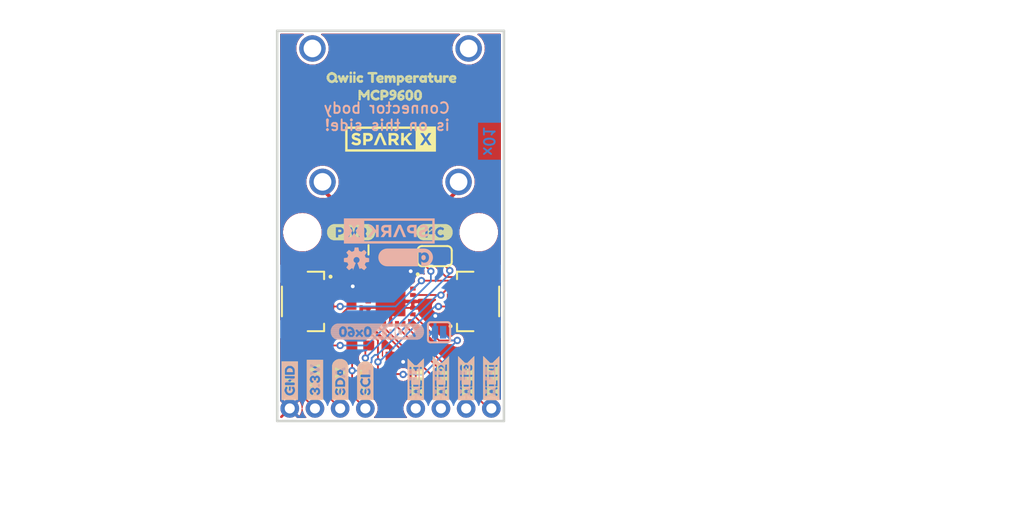
<source format=kicad_pcb>
(kicad_pcb (version 20211014) (generator pcbnew)
  (layers (0 "F.Cu" signal) (31 "B.Cu" signal) (34 "B.Paste" user) (35 "F.Paste" user) (36 "B.SilkS" user "B.Silkscreen") (37 "F.SilkS" user "F.Silkscreen") (38 "B.Mask" user) (39 "F.Mask" user) (44 "Edge.Cuts" user))
  (net 0 "")
  (net 1 "GND")
  (net 2 "3.3V")
  (net 3 "SDA")
  (net 4 "N$1")
  (net 5 "ADDR")
  (net 6 "SCL")
  (net 7 "N$2")
  (net 8 "N$3")
  (net 9 "N$4")
  (net 10 "N$5")
  (net 11 "~{ALT1}")
  (net 12 "~{ALT3}")
  (net 13 "~{ALT4}")
  (net 14 "~{ALT2}")
  (footprint "eagleBoard:0603" (layer "F.Cu") (at 145.4531 117.0686)
    (fp_text reference "R5" hide)
    (fp_text value "2.2k" hide)
    (pad "1" smd rect (at -0.85 0) (size 1.1 1) (layers "F.Cu" "F.Paste" "F.Mask") (net 6 "SCL"))
    (pad "2" smd rect (at 0.85 0) (size 1.1 1) (layers "F.Cu" "F.Paste" "F.Mask") (net 7 "N$2"))
  )
  (footprint "eagleBoard:0603" (layer "F.Cu") (at 144.5641 113.7666 -90)
    (fp_text reference "C1" hide)
    (fp_text value "0.1uF" hide)
    (pad "1" smd rect (at -0.85 0 270) (size 1.1 1) (layers "F.Cu" "F.Paste" "F.Mask") (net 2 "3.3V"))
    (pad "2" smd rect (at 0.85 0 270) (size 1.1 1) (layers "F.Cu" "F.Paste" "F.Mask") (net 1 "GND"))
  )
  (footprint "eagleBoard:GND-04" (layer "F.Cu") (at 138.3411 123.0376 90)
    (fp_text reference "U$10" hide)
    (fp_text value "" hide)
  )
  (footprint "eagleBoard:SMT-JUMPER_3_2-NC_TRACE_SILK" (layer "F.Cu") (at 152.9461 108.0516 180)
    (fp_text reference "I2C0" hide)
    (fp_text value "")
    (fp_poly (pts (xy -0.7112 0.127) (xy -0.3048 0.127) (xy -0.3048 -0.127) (xy -0.7112 -0.127)) (layer "F.Cu") (width 0) (fill solid))
    (fp_poly (pts (xy 0.3048 0.127) (xy 0.7112 0.127) (xy 0.7112 -0.127) (xy 0.3048 -0.127)) (layer "F.Cu") (width 0) (fill solid))
    (pad "1" smd rect (at -1.016 0 180) (size 0.635 1.27) (layers "F.Cu" "F.Mask") (net 7 "N$2"))
    (pad "2" smd rect (at 0 0 180) (size 0.635 1.27) (layers "F.Cu" "F.Mask") (net 2 "3.3V"))
    (pad "3" smd rect (at 1.016 0 180) (size 0.635 1.27) (layers "F.Cu" "F.Mask") (net 8 "N$3"))
  )
  (footprint "eagleBoard:SPARKX-MEDIUM" (layer "F.Cu") (at 148.5011 96.2406)
    (fp_text reference "U$17" hide)
    (fp_text value "" hide)
  )
  (footprint "eagleBoard:1X04_NO_SILK" (layer "F.Cu") (at 138.3411 123.4186)
    (fp_text reference "J1" hide)
    (fp_text value "PTH" hide)
    (pad "1" thru_hole circle (at 0 0 90) (size 1.8796 1.8796) (drill 1.016) (layers *.Cu *.Mask) (net 1 "GND"))
    (pad "2" thru_hole circle (at 2.54 0 90) (size 1.8796 1.8796) (drill 1.016) (layers *.Cu *.Mask) (net 2 "3.3V"))
    (pad "3" thru_hole circle (at 5.08 0 90) (size 1.8796 1.8796) (drill 1.016) (layers *.Cu *.Mask) (net 3 "SDA"))
    (pad "4" thru_hole circle (at 7.62 0 90) (size 1.8796 1.8796) (drill 1.016) (layers *.Cu *.Mask) (net 6 "SCL"))
  )
  (footprint "eagleBoard:SCL-[)" (layer "F.Cu") (at 145.9611 123.0376 90)
    (fp_text reference "U$12" hide)
    (fp_text value "" hide)
  )
  (footprint "eagleBoard:QWIIC_TEMPERATURE2" (layer "F.Cu") (at 141.1351 90.0176)
    (fp_text reference "U$6" hide)
    (fp_text value "" hide)
  )
  (footprint "eagleBoard:PWR-()-04" (layer "F.Cu") (at 142.0241 105.6386)
    (fp_text reference "U$20" hide)
    (fp_text value "" hide)
  )
  (footprint "eagleBoard:#ALT30" (layer "F.Cu") (at 156.1211 123.2281 90)
    (fp_text reference "U$1" hide)
    (fp_text value "" hide)
  )
  (footprint "eagleBoard:0603" (layer "F.Cu") (at 148.5011 122.5296 -90)
    (fp_text reference "R3" hide)
    (fp_text value "10k" hide)
    (pad "1" smd rect (at -0.85 0 270) (size 1.1 1) (layers "F.Cu" "F.Paste" "F.Mask") (net 5 "ADDR"))
    (pad "2" smd rect (at 0.85 0 270) (size 1.1 1) (layers "F.Cu" "F.Paste" "F.Mask") (net 2 "3.3V"))
  )
  (footprint "eagleBoard:JST04_1MM_RA" (layer "F.Cu") (at 142.1511 112.6236 -90)
    (fp_text reference "J3" hide)
    (fp_text value "")
    (pad "1" smd rect (at -1.5 0 270) (size 0.6 1.35) (layers "F.Cu" "F.Paste" "F.Mask") (net 1 "GND"))
    (pad "2" smd rect (at -0.5 0 270) (size 0.6 1.35) (layers "F.Cu" "F.Paste" "F.Mask") (net 2 "3.3V"))
    (pad "3" smd rect (at 0.5 0 270) (size 0.6 1.35) (layers "F.Cu" "F.Paste" "F.Mask") (net 3 "SDA"))
    (pad "4" smd rect (at 1.5 0 270) (size 0.6 1.35) (layers "F.Cu" "F.Paste" "F.Mask") (net 6 "SCL"))
    (pad "NC1" smd rect (at 2.8 3.675 270) (size 1.2 2) (layers "F.Cu" "F.Paste" "F.Mask"))
    (pad "NC2" smd rect (at -2.8 3.675 270) (size 1.2 2) (layers "F.Cu" "F.Paste" "F.Mask"))
  )
  (footprint "eagleBoard:#ALT20" (layer "F.Cu") (at 153.5811 123.2281 90)
    (fp_text reference "U$18" hide)
    (fp_text value "" hide)
  )
  (footprint "eagleBoard:0603" (layer "F.Cu") (at 144.6911 108.8136 180)
    (fp_text reference "R1" hide)
    (fp_text value "1k" hide)
    (pad "1" smd rect (at -0.85 0 180) (size 1.1 1) (layers "F.Cu" "F.Paste" "F.Mask") (net 2 "3.3V"))
    (pad "2" smd rect (at 0.85 0 180) (size 1.1 1) (layers "F.Cu" "F.Paste" "F.Mask") (net 4 "N$1"))
  )
  (footprint "eagleBoard:1X04_NO_SILK" (layer "F.Cu") (at 151.0411 123.4186)
    (fp_text reference "J4" hide)
    (fp_text value "")
    (pad "1" thru_hole circle (at 0 0 90) (size 1.8796 1.8796) (drill 1.016) (layers *.Cu *.Mask) (net 11 "~{ALT1}"))
    (pad "2" thru_hole circle (at 2.54 0 90) (size 1.8796 1.8796) (drill 1.016) (layers *.Cu *.Mask) (net 14 "~{ALT2}"))
    (pad "3" thru_hole circle (at 5.08 0 90) (size 1.8796 1.8796) (drill 1.016) (layers *.Cu *.Mask) (net 12 "~{ALT3}"))
    (pad "4" thru_hole circle (at 7.62 0 90) (size 1.8796 1.8796) (drill 1.016) (layers *.Cu *.Mask) (net 13 "~{ALT4}"))
  )
  (footprint "eagleBoard:3.3V" (layer "F.Cu") (at 140.8811 123.0376 90)
    (fp_text reference "U$19" hide)
    (fp_text value "" hide)
  )
  (footprint "eagleBoard:CREATIVE_COMMONS" (layer "F.Cu") (at 129.4511 133.5786)
    (fp_text reference "FRAME1" hide)
    (fp_text value "FRAME-LETTER" hide)
  )
  (footprint "eagleBoard:STAND-OFF" (layer "F.Cu") (at 157.3911 105.6386)
    (fp_text reference "JP8" hide)
    (fp_text value "STAND-OFF" hide)
    (pad "" np_thru_hole circle (at 0 0) (size 3.302 3.302) (drill 3.302) (layers *.Cu *.Mask))
  )
  (footprint "eagleBoard:MQFN-20" (layer "F.Cu") (at 148.5011 112.6236 -90)
    (fp_text reference "U16" hide)
    (fp_text value "MCP9600-SMD" hide)
    (pad "1" smd rect (at -2.25 -1.3) (size 0.4 0.55) (layers "F.Cu" "F.Paste" "F.Mask") (net 1 "GND"))
    (pad "2" smd rect (at -2.25 -0.65) (size 0.4 0.55) (layers "F.Cu" "F.Paste" "F.Mask") (net 9 "N$4"))
    (pad "3" smd rect (at -2.25 0) (size 0.4 0.55) (layers "F.Cu" "F.Paste" "F.Mask") (net 1 "GND"))
    (pad "4" smd rect (at -2.25 0.65) (size 0.4 0.55) (layers "F.Cu" "F.Paste" "F.Mask") (net 10 "N$5"))
    (pad "5" smd rect (at -2.25 1.3) (size 0.4 0.55) (layers "F.Cu" "F.Paste" "F.Mask") (net 1 "GND"))
    (pad "6" smd rect (at -1.3 2.25 90) (size 0.4 0.55) (layers "F.Cu" "F.Paste" "F.Mask") (net 1 "GND"))
    (pad "7" smd rect (at -0.65 2.25 90) (size 0.4 0.55) (layers "F.Cu" "F.Paste" "F.Mask") (net 1 "GND"))
    (pad "8" smd rect (at 0 2.25 90) (size 0.4 0.55) (layers "F.Cu" "F.Paste" "F.Mask") (net 2 "3.3V"))
    (pad "9" smd rect (at 0.65 2.25 90) (size 0.4 0.55) (layers "F.Cu" "F.Paste" "F.Mask") (net 1 "GND"))
    (pad "10" smd rect (at 1.3 2.25 90) (size 0.4 0.55) (layers "F.Cu" "F.Paste" "F.Mask") (net 1 "GND"))
    (pad "11" smd rect (at 2.25 1.3 180) (size 0.4 0.55) (layers "F.Cu" "F.Paste" "F.Mask") (net 11 "~{ALT1}"))
    (pad "12" smd rect (at 2.25 0.65) (size 0.4 0.55) (layers "F.Cu" "F.Paste" "F.Mask") (net 14 "~{ALT2}"))
    (pad "13" smd rect (at 2.25 0) (size 0.4 0.55) (layers "F.Cu" "F.Paste" "F.Mask") (net 1 "GND"))
    (pad "14" smd rect (at 2.25 -0.65) (size 0.4 0.55) (layers "F.Cu" "F.Paste" "F.Mask") (net 12 "~{ALT3}"))
    (pad "15" smd rect (at 2.25 -1.3) (size 0.4 0.55) (layers "F.Cu" "F.Paste" "F.Mask") (net 13 "~{ALT4}"))
    (pad "16" smd rect (at 1.3 -2.25 270) (size 0.4 0.55) (layers "F.Cu" "F.Paste" "F.Mask") (net 5 "ADDR"))
    (pad "17" smd rect (at 0.65 -2.25 270) (size 0.4 0.55) (layers "F.Cu" "F.Paste" "F.Mask") (net 1 "GND"))
    (pad "18" smd rect (at 0 -2.25 270) (size 0.4 0.55) (layers "F.Cu" "F.Paste" "F.Mask") (net 1 "GND"))
    (pad "19" smd rect (at -0.65 -2.25 270) (size 0.4 0.55) (layers "F.Cu" "F.Paste" "F.Mask") (net 6 "SCL"))
    (pad "20" smd rect (at -1.3 -2.25 270) (size 0.4 0.55) (layers "F.Cu" "F.Paste" "F.Mask") (net 3 "SDA"))
    (pad "21" smd rect (at 0 0 270) (size 3 3) (layers "F.Cu" "F.Mask") (net 1 "GND"))
  )
  (footprint "eagleBoard:#ALT10" (layer "F.Cu") (at 151.0411 123.2281 90)
    (fp_text reference "U$8" hide)
    (fp_text value "" hide)
  )
  (footprint "eagleBoard:LED-0603" (layer "F.Cu") (at 144.6911 107.4166)
    (fp_text reference "D1" hide)
    (fp_text value "RED" hide)
    (pad "A" smd roundrect (at -0.877 0 270) (size 1 1) (layers "F.Cu" "F.Paste" "F.Mask") (roundrect_rratio 0.15) (net 4 "N$1"))
    (pad "C" smd roundrect (at 0.877 0 270) (size 1 1) (layers "F.Cu" "F.Paste" "F.Mask") (roundrect_rratio 0.15) (net 1 "GND"))
  )
  (footprint "eagleBoard:JST04_1MM_RA" (layer "F.Cu") (at 154.8511 112.6236 90)
    (fp_text reference "J2" hide)
    (fp_text value "")
    (pad "1" smd rect (at -1.5 0 90) (size 0.6 1.35) (layers "F.Cu" "F.Paste" "F.Mask") (net 1 "GND"))
    (pad "2" smd rect (at -0.5 0 90) (size 0.6 1.35) (layers "F.Cu" "F.Paste" "F.Mask") (net 2 "3.3V"))
    (pad "3" smd rect (at 0.5 0 90) (size 0.6 1.35) (layers "F.Cu" "F.Paste" "F.Mask") (net 3 "SDA"))
    (pad "4" smd rect (at 1.5 0 90) (size 0.6 1.35) (layers "F.Cu" "F.Paste" "F.Mask") (net 6 "SCL"))
    (pad "NC1" smd rect (at 2.8 3.675 90) (size 1.2 2) (layers "F.Cu" "F.Paste" "F.Mask"))
    (pad "NC2" smd rect (at -2.8 3.675 90) (size 1.2 2) (layers "F.Cu" "F.Paste" "F.Mask"))
  )
  (footprint "eagleBoard:#ALT40" (layer "F.Cu") (at 158.6611 123.2281 90)
    (fp_text reference "U$11" hide)
    (fp_text value "" hide)
  )
  (footprint "eagleBoard:I_SUPER2_C-()-04" (layer "F.Cu") (at 151.0411 105.6386)
    (fp_text reference "U$21" hide)
    (fp_text value "" hide)
  )
  (footprint "eagleBoard:0603" (layer "F.Cu") (at 148.5011 119.1006 90)
    (fp_text reference "R2" hide)
    (fp_text value "43k" hide)
    (pad "1" smd rect (at -0.85 0 90) (size 1.1 1) (layers "F.Cu" "F.Paste" "F.Mask") (net 5 "ADDR"))
    (pad "2" smd rect (at 0.85 0 90) (size 1.1 1) (layers "F.Cu" "F.Paste" "F.Mask") (net 1 "GND"))
  )
  (footprint "eagleBoard:STAND-OFF" (layer "F.Cu") (at 139.6111 105.6386)
    (fp_text reference "JP9" hide)
    (fp_text value "STAND-OFF" hide)
    (pad "" np_thru_hole circle (at 0 0) (size 3.302 3.302) (drill 3.302) (layers *.Cu *.Mask))
  )
  (footprint "eagleBoard:0603" (layer "F.Cu") (at 141.2621 117.0686)
    (fp_text reference "R4" hide)
    (fp_text value "2.2k" hide)
    (pad "1" smd rect (at -0.85 0) (size 1.1 1) (layers "F.Cu" "F.Paste" "F.Mask") (net 3 "SDA"))
    (pad "2" smd rect (at 0.85 0) (size 1.1 1) (layers "F.Cu" "F.Paste" "F.Mask") (net 8 "N$3"))
  )
  (footprint "eagleBoard:SDA-[)" (layer "F.Cu") (at 143.4211 123.0376 90)
    (fp_text reference "U$13" hide)
    (fp_text value "" hide)
  )
  (footprint "eagleBoard:MCP96000" (layer "F.Cu") (at 144.3101 91.7956)
    (fp_text reference "U$25" hide)
    (fp_text value "" hide)
  )
  (footprint "eagleBoard:#ALT10" (layer "B.Cu") (at 151.0411 123.2281 90)
    (fp_text reference "U$3" hide)
    (fp_text value "" hide)
  )
  (footprint "eagleBoard:OSHW-LOGO-MINI" (layer "B.Cu") (at 145.0721 108.4326 180)
    (fp_text reference "LOGO1" hide)
    (fp_text value "OSHW-LOGOMINI" hide)
  )
  (footprint "eagleBoard:#ALT30" (layer "B.Cu") (at 156.1211 123.2281 90)
    (fp_text reference "U$5" hide)
    (fp_text value "" hide)
  )
  (footprint "eagleBoard:SCL-[)" (layer "B.Cu") (at 145.9611 123.0376 90)
    (fp_text reference "U$9" hide)
    (fp_text value "" hide)
  )
  (footprint "eagleBoard:3.3V" (layer "B.Cu") (at 140.8811 123.0376 90)
    (fp_text reference "U$22" hide)
    (fp_text value "" hide)
  )
  (footprint "eagleBoard:#ALT20" (layer "B.Cu") (at 153.5811 123.2281 90)
    (fp_text reference "U$4" hide)
    (fp_text value "" hide)
  )
  (footprint "eagleBoard:SPARKX-MEDIUM" (layer "B.Cu") (at 148.3741 105.5116 180)
    (fp_text reference "U$2" hide)
    (fp_text value "" hide)
  )
  (footprint "eagleBoard:PCC-SMP" (layer "B.Cu") (at 148.5011 100.5586)
    (fp_text reference "JP2" hide)
    (fp_text value "PCB_THERMOCOUPLE" hide)
    (pad "+" thru_hole circle (at 6.858 0) (size 2.667 2.667) (drill 1.778) (layers *.Cu *.Mask) (net 9 "N$4"))
    (pad "-" thru_hole circle (at -6.858 0) (size 2.667 2.667) (drill 1.778) (layers *.Cu *.Mask) (net 10 "N$5"))
    (pad "CLIP1" thru_hole circle (at -7.874 -13.462) (size 2.667 2.667) (drill 1.778) (layers *.Cu *.Mask))
    (pad "CLIP2" thru_hole circle (at 7.874 -13.462) (size 2.667 2.667) (drill 1.778) (layers *.Cu *.Mask))
  )
  (footprint "eagleBoard:SDA-[)" (layer "B.Cu") (at 143.4211 123.0376 90)
    (fp_text reference "U$14" hide)
    (fp_text value "" hide)
  )
  (footprint "eagleBoard:ADR_#_0X600" (layer "B.Cu") (at 151.9936 115.6716 180)
    (fp_text reference "U$27" hide)
    (fp_text value "" hide)
  )
  (footprint "eagleBoard:QWIIC_5.5MM" (layer "B.Cu") (at 150.0251 108.1786 180)
    (fp_text reference "U$15" hide)
    (fp_text value "" hide)
  )
  (footprint "eagleBoard:#ALT40" (layer "B.Cu") (at 158.6611 123.2281 90)
    (fp_text reference "U$7" hide)
    (fp_text value "" hide)
  )
  (footprint "eagleBoard:GND-04" (layer "B.Cu") (at 138.3411 123.0376 90)
    (fp_text reference "U$23" hide)
    (fp_text value "" hide)
  )
  (footprint "eagleBoard:SMT-JUMPER_2_NO_SILK" (layer "B.Cu") (at 153.3906 115.7351 180)
    (fp_text reference "JP1" hide)
    (fp_text value "")
    (pad "1" smd rect (at -0.4064 0 180) (size 0.635 1.27) (layers "B.Cu" "B.Mask") (net 5 "ADDR"))
    (pad "2" smd rect (at 0.4064 0 180) (size 0.635 1.27) (layers "B.Cu" "B.Mask") (net 1 "GND"))
  )
  (gr_line (start 137.0711 85.3186) (end 159.9311 85.3186) (layer "Edge.Cuts") (width 0.254))
  (gr_line (start 159.9311 124.6886) (end 137.0711 124.6886) (layer "Edge.Cuts") (width 0.254))
  (gr_line (start 159.9311 85.3186) (end 159.9311 124.6886) (layer "Edge.Cuts") (width 0.254))
  (gr_line (start 137.0711 124.6886) (end 137.0711 85.3186) (layer "Edge.Cuts") (width 0.254))
  (gr_text "x01" (at 157.7721 98.0186 -90) (layer "B.Cu") (effects (font (size 1.0795 1.0795) (thickness 0.1905)) (justify left bottom mirror)))
  (gr_text "Connector body\nis on this side!" (at 154.5971 95.4786) (layer "B.SilkS") (effects (font (size 1.0795 1.0795) (thickness 0.1905)) (justify left bottom mirror)))
  (segment (start 147.2311 111.9886) (end 148.5011 113.2586) (width 0.1778) (layer "F.Cu") (net 1))
  (segment (start 148.5011 112.6236) (end 150.7511 112.6236) (width 0.1778) (layer "F.Cu") (net 1))
  (segment (start 149.8011 110.3736) (end 149.8011 111.9586) (width 0.1778) (layer "F.Cu") (net 1))
  (segment (start 146.2121 114.6166) (end 146.2511 114.6556) (width 0.1778) (layer "F.Cu") (net 1))
  (segment (start 148.5011 114.8736) (end 148.5011 113.2886) (width 0.1778) (layer "F.Cu") (net 1))
  (segment (start 147.2311 110.4036) (end 147.2311 111.3536) (width 0.1778) (layer "F.Cu") (net 1))
  (segment (start 150.7661 113.2586) (end 150.7511 113.2736) (width 0.1778) (layer "F.Cu") (net 1))
  (segment (start 146.1984 108.0469) (end 146.201568 108.0469) (width 0.1778) (layer "F.Cu") (net 1))
  (segment (start 148.5011 117.3226) (end 148.5011 118.2506) (width 0.1778) (layer "F.Cu") (net 1))
  (segment (start 146.2511 113.2736) (end 148.5161 113.2736) (width 0.1778) (layer "F.Cu") (net 1))
  (segment (start 148.5011 110.3736) (end 148.5011 111.9886) (width 0.1778) (layer "F.Cu") (net 1))
  (segment (start 146.2511 111.3236) (end 147.2011 111.3236) (width 0.1778) (layer "F.Cu") (net 1))
  (segment (start 148.5011 112.6236) (end 148.5011 113.2586) (width 0.1778) (layer "F.Cu") (net 1))
  (segment (start 149.3021 118.2506) (end 149.7711 118.7196) (width 0.1778) (layer "F.Cu") (net 1))
  (segment (start 146.2511 113.9236) (end 146.2511 114.6556) (width 0.1778) (layer "F.Cu") (net 1))
  (segment (start 144.5641 114.6166) (end 146.2121 114.6166) (width 0.1778) (layer "F.Cu") (net 1))
  (segment (start 146.201568 108.0469) (end 147.2311 109.076432) (width 0.1778) (layer "F.Cu") (net 1))
  (segment (start 147.2011 111.3236) (end 147.2311 111.3536) (width 0.1778) (layer "F.Cu") (net 1))
  (segment (start 146.2511 114.6556) (end 146.2511 115.0726) (width 0.1778) (layer "F.Cu") (net 1))
  (segment (start 153.1761 114.1236) (end 152.3111 113.2586) (width 0.1778) (layer "F.Cu") (net 1))
  (segment (start 145.5681 107.4166) (end 146.1984 108.0469) (width 0.1778) (layer "F.Cu") (net 1))
  (segment (start 152.3111 113.2586) (end 150.7661 113.2586) (width 0.1778) (layer "F.Cu") (net 1))
  (segment (start 154.8511 114.1236) (end 153.1761 114.1236) (width 0.1778) (layer "F.Cu") (net 1))
  (segment (start 150.7511 113.2736) (end 148.5161 113.2736) (width 0.1778) (layer "F.Cu") (net 1))
  (segment (start 148.5011 113.2586) (end 148.5161 113.2736) (width 0.1778) (layer "F.Cu") (net 1))
  (segment (start 146.2511 113.9236) (end 147.8361 113.9236) (width 0.1778) (layer "F.Cu") (net 1))
  (segment (start 146.2511 115.0726) (end 148.5011 117.3226) (width 0.1778) (layer "F.Cu") (net 1))
  (segment (start 147.2161 111.9736) (end 147.2311 111.9886) (width 0.1778) (layer "F.Cu") (net 1))
  (segment (start 148.5011 118.2506) (end 149.3021 118.2506) (width 0.1778) (layer "F.Cu") (net 1))
  (segment (start 147.8361 113.9236) (end 148.5011 113.2586) (width 0.1778) (layer "F.Cu") (net 1))
  (segment (start 147.2311 111.3536) (end 147.2311 111.9886) (width 0.1778) (layer "F.Cu") (net 1))
  (segment (start 148.5161 113.2736) (end 148.5011 113.2886) (width 0.1778) (layer "F.Cu") (net 1))
  (segment (start 147.2311 109.076432) (end 147.2311 110.4036) (width 0.1778) (layer "F.Cu") (net 1))
  (segment (start 146.2511 111.9736) (end 147.2161 111.9736) (width 0.1778) (layer "F.Cu") (net 1))
  (segment (start 147.2011 110.3736) (end 147.2311 110.4036) (width 0.1778) (layer "F.Cu") (net 1))
  (segment (start 148.5011 113.2586) (end 148.5011 113.2886) (width 0.1778) (layer "F.Cu") (net 1))
  (via (at 149.7711 118.7196) (size 0.7366) (drill 0.381) (layers "F.Cu" "B.Cu") (net 1))
  (via (at 144.6911 111.0996) (size 0.7366) (drill 0.381) (layers "F.Cu" "B.Cu") (net 1))
  (via (at 153.0096 114.0841) (size 0.7366) (drill 0.381) (layers "F.Cu" "B.Cu") (net 1))
  (via (at 150.5331 109.5756) (size 0.7366) (drill 0.381) (layers "F.Cu" "B.Cu") (net 1))
  (segment (start 152.7556 115.7351) (end 152.9842 115.7351) (width 0.1778) (layer "B.Cu") (net 1))
  (segment (start 149.7711 118.7196) (end 152.7556 115.7351) (width 0.1778) (layer "B.Cu") (net 1))
  (segment (start 139.9921 121.7676) (end 138.3411 123.4186) (width 0.1778) (layer "B.Cu") (net 1))
  (segment (start 146.7231 121.7676) (end 139.9921 121.7676) (width 0.1778) (layer "B.Cu") (net 1))
  (segment (start 149.7711 118.7196) (end 146.7231 121.7676) (width 0.1778) (layer "B.Cu") (net 1))
  (segment (start 155.203268 113.1236) (end 154.8511 113.1236) (width 0.1778) (layer "F.Cu") (net 2))
  (segment (start 144.8571 112.6236) (end 144.5641 112.9166) (width 0.1778) (layer "F.Cu") (net 2))
  (segment (start 139.4684 116.5763) (end 140.7541 115.2906) (width 0.1778) (layer "F.Cu") (net 2))
  (segment (start 147.2311 118.7196) (end 147.2311 122.1096) (width 0.1778) (layer "F.Cu") (net 2))
  (segment (start 140.8811 123.4186) (end 139.4684 122.0059) (width 0.1778) (layer "F.Cu") (net 2))
  (segment (start 156.1484 110.565832) (end 156.1484 112.178469) (width 0.1778) (layer "F.Cu") (net 2))
  (segment (start 142.1511 112.1236) (end 140.7621 112.1236) (width 0.1778) (layer "F.Cu") (net 2))
  (segment (start 140.7541 110.9726) (end 141.6431 110.0836) (width 0.1778) (layer "F.Cu") (net 2))
  (segment (start 141.6431 110.0836) (end 144.2711 110.0836) (width 0.1778) (layer "F.Cu") (net 2))
  (segment (start 147.2311 122.1096) (end 148.5011 123.3796) (width 0.1778) (layer "F.Cu") (net 2))
  (segment (start 152.9842 108.0897) (end 152.9461 108.0516) (width 0.1778) (layer "F.Cu") (net 2))
  (segment (start 140.7541 115.2906) (end 140.7541 112.1156) (width 0.1778) (layer "F.Cu") (net 2))
  (segment (start 146.714268 116.0526) (end 147.2311 116.569432) (width 0.1778) (layer "F.Cu") (net 2))
  (segment (start 143.4211 114.0596) (end 143.4211 115.1636) (width 0.1778) (layer "F.Cu") (net 2))
  (segment (start 153.3271 113.1316) (end 154.8431 113.1316) (width 0.1778) (layer "F.Cu") (net 2))
  (segment (start 146.2511 112.6236) (end 144.8571 112.6236) (width 0.1778) (layer "F.Cu") (net 2))
  (segment (start 154.105631 110.1598) (end 152.9842 109.038369) (width 0.1778) (layer "F.Cu") (net 2))
  (segment (start 142.1511 112.1236) (end 143.7711 112.1236) (width 0.1778) (layer "F.Cu") (net 2))
  (segment (start 144.3101 116.0526) (end 146.714268 116.0526) (width 0.1778) (layer "F.Cu") (net 2))
  (segment (start 155.742368 110.1598) (end 156.1484 110.565832) (width 0.1778) (layer "F.Cu") (net 2))
  (segment (start 155.742368 110.1598) (end 154.105631 110.1598) (width 0.1778) (layer "F.Cu") (net 2))
  (segment (start 139.4684 122.0059) (end 139.4684 116.5763) (width 0.1778) (layer "F.Cu") (net 2))
  (segment (start 143.7711 112.1236) (end 144.5641 112.9166) (width 0.1778) (layer "F.Cu") (net 2))
  (segment (start 156.1484 112.178469) (end 155.203268 113.1236) (width 0.1778) (layer "F.Cu") (net 2))
  (segment (start 152.9842 109.038369) (end 152.9842 108.0897) (width 0.1778) (layer "F.Cu") (net 2))
  (segment (start 143.4211 115.1636) (end 144.3101 116.0526) (width 0.1778) (layer "F.Cu") (net 2))
  (segment (start 145.5411 108.8136) (end 144.2711 110.0836) (width 0.1778) (layer "F.Cu") (net 2))
  (segment (start 140.7541 112.1156) (end 140.7541 110.9726) (width 0.1778) (layer "F.Cu") (net 2))
  (segment (start 144.5641 112.9166) (end 143.4211 114.0596) (width 0.1778) (layer "F.Cu") (net 2))
  (segment (start 147.2311 116.569432) (end 147.2311 118.7196) (width 0.1778) (layer "F.Cu") (net 2))
  (segment (start 154.8431 113.1316) (end 154.8511 113.1236) (width 0.1778) (layer "F.Cu") (net 2))
  (segment (start 140.7621 112.1236) (end 140.7541 112.1156) (width 0.1778) (layer "F.Cu") (net 2))
  (via (at 153.3271 113.1316) (size 0.7366) (drill 0.381) (layers "F.Cu" "B.Cu") (net 2))
  (via (at 147.2311 118.7196) (size 0.7366) (drill 0.381) (layers "F.Cu" "B.Cu") (net 2))
  (segment (start 147.3581 118.7196) (end 147.2311 118.7196) (width 0.1778) (layer "B.Cu") (net 2))
  (segment (start 153.3271 113.1316) (end 152.9461 113.1316) (width 0.1778) (layer "B.Cu") (net 2))
  (segment (start 152.9461 113.1316) (end 147.3581 118.7196) (width 0.1778) (layer "B.Cu") (net 2))
  (segment (start 142.1591 113.1316) (end 143.4211 113.1316) (width 0.1778) (layer "F.Cu") (net 3))
  (segment (start 142.1511 113.1236) (end 142.1591 113.1316) (width 0.1778) (layer "F.Cu") (net 3))
  (segment (start 150.8171 111.3236) (end 151.6126 110.5281) (width 0.1778) (layer "F.Cu") (net 3))
  (segment (start 150.7511 111.3236) (end 150.8171 111.3236) (width 0.1778) (layer "F.Cu") (net 3))
  (segment (start 140.4121 120.4096) (end 143.4211 123.4186) (width 0.1778) (layer "F.Cu") (net 3))
  (segment (start 155.7928 110.713132) (end 155.607768 110.5281) (width 0.1778) (layer "F.Cu") (net 3))
  (segment (start 155.7928 111.534069) (end 155.203268 112.1236) (width 0.1778) (layer "F.Cu") (net 3))
  (segment (start 141.773 113.1236) (end 142.1511 113.1236) (width 0.1778) (layer "F.Cu") (net 3))
  (segment (start 151.6126 110.5281) (end 155.607768 110.5281) (width 0.1778) (layer "F.Cu") (net 3))
  (segment (start 140.4121 117.0686) (end 140.4121 116.2676) (width 0.1778) (layer "F.Cu") (net 3))
  (segment (start 155.203268 112.1236) (end 154.8511 112.1236) (width 0.1778) (layer "F.Cu") (net 3))
  (segment (start 140.4121 116.2676) (end 141.1097 115.57) (width 0.1778) (layer "F.Cu") (net 3))
  (segment (start 141.1097 113.7869) (end 141.773 113.1236) (width 0.1778) (layer "F.Cu") (net 3))
  (segment (start 140.4121 117.0686) (end 140.4121 120.4096) (width 0.1778) (layer "F.Cu") (net 3))
  (segment (start 141.1097 115.57) (end 141.1097 113.7869) (width 0.1778) (layer "F.Cu") (net 3))
  (segment (start 155.7928 110.713132) (end 155.7928 111.534069) (width 0.1778) (layer "F.Cu") (net 3))
  (via (at 143.4211 113.1316) (size 0.7366) (drill 0.381) (layers "F.Cu" "B.Cu") (net 3))
  (via (at 151.6126 110.5281) (size 0.7366) (drill 0.381) (layers "F.Cu" "B.Cu") (net 3))
  (segment (start 143.4211 113.1316) (end 149.0091 113.1316) (width 0.1778) (layer "B.Cu") (net 3))
  (segment (start 149.0091 113.1316) (end 151.6126 110.5281) (width 0.1778) (layer "B.Cu") (net 3))
  (segment (start 143.8141 107.4166) (end 143.8141 108.7866) (width 0.1778) (layer "F.Cu") (net 4))
  (segment (start 143.8141 108.7866) (end 143.8411 108.8136) (width 0.1778) (layer "F.Cu") (net 4))
  (segment (start 150.7511 113.9236) (end 153.3881 116.5606) (width 0.1778) (layer "F.Cu") (net 5))
  (segment (start 153.3881 116.5606) (end 155.2321 116.5606) (width 0.1778) (layer "F.Cu") (net 5))
  (segment (start 148.5011 119.9506) (end 149.7321 119.9506) (width 0.1778) (layer "F.Cu") (net 5))
  (segment (start 148.5011 121.6796) (end 148.5011 119.9506) (width 0.1778) (layer "F.Cu") (net 5))
  (segment (start 149.7321 119.9506) (end 149.7711 119.9896) (width 0.1778) (layer "F.Cu") (net 5))
  (via (at 149.7711 119.9896) (size 0.7366) (drill 0.381) (layers "F.Cu" "B.Cu") (net 5))
  (via (at 155.2321 116.5606) (size 0.7366) (drill 0.381) (layers "F.Cu" "B.Cu") (net 5))
  (segment (start 151.8031 119.9896) (end 155.2321 116.5606) (width 0.1778) (layer "B.Cu") (net 5))
  (segment (start 151.8031 119.9896) (end 149.7711 119.9896) (width 0.1778) (layer "B.Cu") (net 5))
  (segment (start 155.2321 116.5606) (end 154.6225 116.5606) (width 0.1778) (layer "B.Cu") (net 5))
  (segment (start 154.6225 116.5606) (end 153.797 115.7351) (width 0.1778) (layer "B.Cu") (net 5))
  (segment (start 144.6276 122.0851) (end 145.9611 123.4186) (width 0.1778) (layer "F.Cu") (net 6))
  (segment (start 150.7511 111.9736) (end 153.5661 111.9736) (width 0.1778) (layer "F.Cu") (net 6))
  (segment (start 153.5661 111.9736) (end 153.5811 111.9886) (width 0.1778) (layer "F.Cu") (net 6))
  (segment (start 153.5811 111.9886) (end 154.4461 111.1236) (width 0.1778) (layer "F.Cu") (net 6))
  (segment (start 142.1511 114.6166) (end 144.6031 117.0686) (width 0.1778) (layer "F.Cu") (net 6))
  (segment (start 144.6276 117.0931) (end 144.6276 119.6086) (width 0.1778) (layer "F.Cu") (net 6))
  (segment (start 144.6276 119.6086) (end 144.6276 122.0851) (width 0.1778) (layer "F.Cu") (net 6))
  (segment (start 144.6031 117.0686) (end 144.6276 117.0931) (width 0.1778) (layer "F.Cu") (net 6))
  (segment (start 142.1511 114.1236) (end 142.1511 114.6166) (width 0.1778) (layer "F.Cu") (net 6))
  (segment (start 154.4461 111.1236) (end 154.8511 111.1236) (width 0.1778) (layer "F.Cu") (net 6))
  (via (at 144.6276 119.6086) (size 0.7366) (drill 0.381) (layers "F.Cu" "B.Cu") (net 6))
  (via (at 153.5811 111.9886) (size 0.7366) (drill 0.381) (layers "F.Cu" "B.Cu") (net 6))
  (segment (start 153.2001 111.9886) (end 147.1676 118.0211) (width 0.1778) (layer "B.Cu") (net 6))
  (segment (start 147.1676 118.0211) (end 146.9136 118.0211) (width 0.1778) (layer "B.Cu") (net 6))
  (segment (start 145.7071 119.6086) (end 144.6276 119.6086) (width 0.1778) (layer "B.Cu") (net 6))
  (segment (start 153.5811 111.9886) (end 153.2001 111.9886) (width 0.1778) (layer "B.Cu") (net 6))
  (segment (start 146.5961 118.3386) (end 146.5961 118.7196) (width 0.1778) (layer "B.Cu") (net 6))
  (segment (start 146.9136 118.0211) (end 146.5961 118.3386) (width 0.1778) (layer "B.Cu") (net 6))
  (segment (start 146.5961 118.7196) (end 145.7071 119.6086) (width 0.1778) (layer "B.Cu") (net 6))
  (segment (start 153.9621 109.0041) (end 153.9621 108.0516) (width 0.1778) (layer "F.Cu") (net 7))
  (segment (start 154.4701 109.5121) (end 153.9621 109.0041) (width 0.1778) (layer "F.Cu") (net 7))
  (segment (start 145.9611 117.4106) (end 145.9611 118.3386) (width 0.1778) (layer "F.Cu") (net 7))
  (segment (start 146.3031 117.0686) (end 145.9611 117.4106) (width 0.1778) (layer "F.Cu") (net 7))
  (via (at 154.4701 109.5121) (size 0.7366) (drill 0.381) (layers "F.Cu" "B.Cu") (net 7))
  (via (at 145.9611 118.3386) (size 0.7366) (drill 0.381) (layers "F.Cu" "B.Cu") (net 7))
  (segment (start 154.4701 109.8296) (end 154.4701 109.5121) (width 0.1778) (layer "B.Cu") (net 7))
  (segment (start 145.9611 118.3386) (end 154.4701 109.8296) (width 0.1778) (layer "B.Cu") (net 7))
  (segment (start 152.5651 109.5756) (end 151.9301 108.9406) (width 0.1778) (layer "F.Cu") (net 8))
  (segment (start 151.9301 108.9406) (end 151.9301 108.0516) (width 0.1778) (layer "F.Cu") (net 8))
  (segment (start 143.4211 117.0686) (end 142.1121 117.0686) (width 0.1778) (layer "F.Cu") (net 8))
  (via (at 152.5651 109.5756) (size 0.7366) (drill 0.381) (layers "F.Cu" "B.Cu") (net 8))
  (via (at 143.4211 117.0686) (size 0.7366) (drill 0.381) (layers "F.Cu" "B.Cu") (net 8))
  (segment (start 146.0881 117.0686) (end 152.5651 110.5916) (width 0.1778) (layer "B.Cu") (net 8))
  (segment (start 152.5651 110.5916) (end 152.5651 109.5756) (width 0.1778) (layer "B.Cu") (net 8))
  (segment (start 143.4211 117.0686) (end 146.0881 117.0686) (width 0.1778) (layer "B.Cu") (net 8))
  (segment (start 149.1511 110.3736) (end 149.1511 107.5286) (width 0.381) (layer "F.Cu") (net 9))
  (segment (start 155.3591 101.3206) (end 155.3591 100.5586) (width 0.381) (layer "F.Cu") (net 9))
  (segment (start 149.1511 107.5286) (end 155.3591 101.3206) (width 0.381) (layer "F.Cu") (net 9))
  (segment (start 147.8511 110.3736) (end 147.8511 107.5286) (width 0.381) (layer "F.Cu") (net 10))
  (segment (start 141.6431 101.3206) (end 141.6431 100.5586) (width 0.381) (layer "F.Cu") (net 10))
  (segment (start 147.8511 107.5286) (end 141.6431 101.3206) (width 0.381) (layer "F.Cu") (net 10))
  (segment (start 151.0411 123.4186) (end 151.0411 118.9736) (width 0.1778) (layer "F.Cu") (net 11))
  (segment (start 151.0411 118.9736) (end 147.2011 115.1336) (width 0.1778) (layer "F.Cu") (net 11))
  (segment (start 147.2011 115.1336) (end 147.2011 114.8736) (width 0.1778) (layer "F.Cu") (net 11))
  (segment (start 149.1511 114.8736) (end 149.1511 115.1636) (width 0.1778) (layer "F.Cu") (net 12))
  (segment (start 156.1211 122.1336) (end 149.1511 115.1636) (width 0.1778) (layer "F.Cu") (net 12))
  (segment (start 156.1211 123.4186) (end 156.1211 122.1336) (width 0.1778) (layer "F.Cu") (net 12))
  (segment (start 149.8011 114.8736) (end 158.3461 123.4186) (width 0.1778) (layer "F.Cu") (net 13))
  (segment (start 158.3461 123.4186) (end 158.6611 123.4186) (width 0.1778) (layer "F.Cu") (net 13))
  (segment (start 147.8511 115.2807) (end 153.5811 121.0107) (width 0.1778) (layer "F.Cu") (net 14))
  (segment (start 147.8511 114.8736) (end 147.8511 115.2807) (width 0.1778) (layer "F.Cu") (net 14))
  (segment (start 153.5811 123.4186) (end 153.5811 121.0107) (width 0.1778) (layer "F.Cu") (net 14))
  (zone (net 1) (net_name "GND") (layer "F.Cu") (priority 6) (connect_pads (clearance 0.3048)) (min_thickness 0.127) (fill yes (thermal_gap 0.304) (thermal_bridge_width 0.304))
    (polygon (pts (xy 160.0581 124.8156) (xy 136.9441 124.8156) (xy 136.9441 85.1916) (xy 160.0581 85.1916)))
  )
  (zone (net 1) (net_name "GND") (layer "F.Cu") (priority 6) (connect_pads (clearance 0.3048)) (min_thickness 0.127) (fill yes (thermal_gap 0.304) (thermal_bridge_width 0.304))
    (polygon (pts (xy 160.0581 124.8156) (xy 136.9441 124.8156) (xy 136.9441 85.1916) (xy 160.0581 85.1916)))
  )
  (zone (net 1) (net_name "GND") (layer "F.Cu") (priority 6) (connect_pads (clearance 0.3048)) (min_thickness 0.127) (fill yes (thermal_gap 0.304) (thermal_bridge_width 0.304))
    (polygon (pts (xy 160.0581 124.8156) (xy 136.9441 124.8156) (xy 136.9441 85.1916) (xy 160.0581 85.1916)))
  )
  (zone (net 1) (net_name "GND") (layer "F.Cu") (priority 6) (connect_pads (clearance 0.3048)) (min_thickness 0.1016) (fill yes (thermal_gap 0.2532) (thermal_bridge_width 0.2532))
    (polygon (pts (xy 160.0327 124.7902) (xy 136.9695 124.7902) (xy 136.9695 85.217) (xy 160.0327 85.217)))
  )
  (zone (net 1) (net_name "GND") (layer "F.Cu") (priority 6) (connect_pads (clearance 0.3048)) (min_thickness 0.127) (fill yes (thermal_gap 0.304) (thermal_bridge_width 0.304))
    (polygon (pts (xy 160.0581 124.8156) (xy 136.9441 124.8156) (xy 136.9441 85.1916) (xy 160.0581 85.1916)))
  )
  (zone (net 1) (net_name "GND") (layer "F.Cu") (priority 6) (connect_pads (clearance 0.3048)) (min_thickness 0.127) (fill yes (thermal_gap 0.304) (thermal_bridge_width 0.304))
    (polygon (pts (xy 160.0581 124.8156) (xy 136.9441 124.8156) (xy 136.9441 85.1916) (xy 160.0581 85.1916)))
  )
  (zone (net 1) (net_name "GND") (layer "F.Cu") (priority 6) (connect_pads (clearance 0.3048)) (min_thickness 0.127) (fill yes (thermal_gap 0.304) (thermal_bridge_width 0.304))
    (polygon (pts (xy 160.0581 124.8156) (xy 136.9441 124.8156) (xy 136.9441 85.1916) (xy 160.0581 85.1916)))
  )
  (zone (net 1) (net_name "GND") (layer "F.Cu") (priority 6) (connect_pads (clearance 0.3048)) (min_thickness 0.127) (fill yes (thermal_gap 0.304) (thermal_bridge_width 0.304))
    (polygon (pts (xy 160.0581 124.8156) (xy 136.9441 124.8156) (xy 136.9441 85.1916) (xy 160.0581 85.1916)))
  )
  (zone (net 1) (net_name "GND") (layer "B.Cu") (priority 6) (connect_pads (clearance 0.3048)) (min_thickness 0.127) (fill yes (thermal_gap 0.304) (thermal_bridge_width 0.304))
    (polygon (pts (xy 160.0581 124.8156) (xy 136.9441 124.8156) (xy 136.9441 85.1916) (xy 160.0581 85.1916)))
  )
)
</source>
